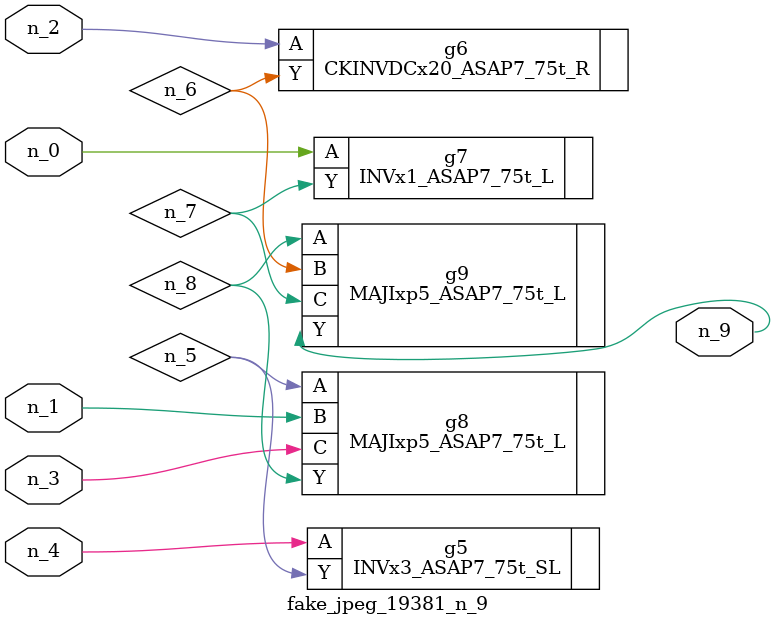
<source format=v>
module fake_jpeg_19381_n_9 (n_3, n_2, n_1, n_0, n_4, n_9);

input n_3;
input n_2;
input n_1;
input n_0;
input n_4;

output n_9;

wire n_8;
wire n_6;
wire n_5;
wire n_7;

INVx3_ASAP7_75t_SL g5 ( 
.A(n_4),
.Y(n_5)
);

CKINVDCx20_ASAP7_75t_R g6 ( 
.A(n_2),
.Y(n_6)
);

INVx1_ASAP7_75t_L g7 ( 
.A(n_0),
.Y(n_7)
);

MAJIxp5_ASAP7_75t_L g8 ( 
.A(n_5),
.B(n_1),
.C(n_3),
.Y(n_8)
);

MAJIxp5_ASAP7_75t_L g9 ( 
.A(n_8),
.B(n_6),
.C(n_7),
.Y(n_9)
);


endmodule
</source>
